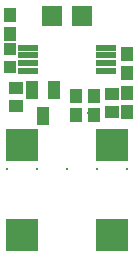
<source format=gts>
G04 Layer_Color=8388736*
%FSLAX25Y25*%
%MOIN*%
G70*
G01*
G75*
%ADD26R,0.04737X0.04343*%
%ADD27R,0.04343X0.03950*%
%ADD28R,0.03950X0.04599*%
%ADD29R,0.07099X0.02178*%
%ADD30R,0.04147X0.05918*%
%ADD31R,0.10800X0.10800*%
%ADD32R,0.06706X0.06706*%
%ADD33R,0.00800X0.00800*%
%ADD34C,0.03162*%
D26*
X318000Y198047D02*
D03*
Y203953D02*
D03*
X350000Y201953D02*
D03*
Y196047D02*
D03*
D27*
X316000Y211047D02*
D03*
Y216953D02*
D03*
D28*
Y228150D02*
D03*
Y221850D02*
D03*
X355000Y215150D02*
D03*
Y208850D02*
D03*
Y202150D02*
D03*
Y195850D02*
D03*
X344000Y194850D02*
D03*
Y201150D02*
D03*
X338000D02*
D03*
Y194850D02*
D03*
D29*
X322008Y209661D02*
D03*
Y212221D02*
D03*
Y214779D02*
D03*
Y217339D02*
D03*
X347992D02*
D03*
Y214779D02*
D03*
Y212221D02*
D03*
Y209661D02*
D03*
D30*
X327000Y194669D02*
D03*
X323260Y203331D02*
D03*
X330740Y203331D02*
D03*
D31*
X350000Y185000D02*
D03*
X320000D02*
D03*
Y155000D02*
D03*
X350000D02*
D03*
D32*
X340000Y228000D02*
D03*
X330000D02*
D03*
D33*
X315000Y177000D02*
D03*
X355000D02*
D03*
X335000D02*
D03*
X325000D02*
D03*
X345000D02*
D03*
D34*
X350000Y196047D02*
D03*
X317953Y203953D02*
D03*
X316100Y211047D02*
D03*
X343400Y195600D02*
D03*
M02*

</source>
